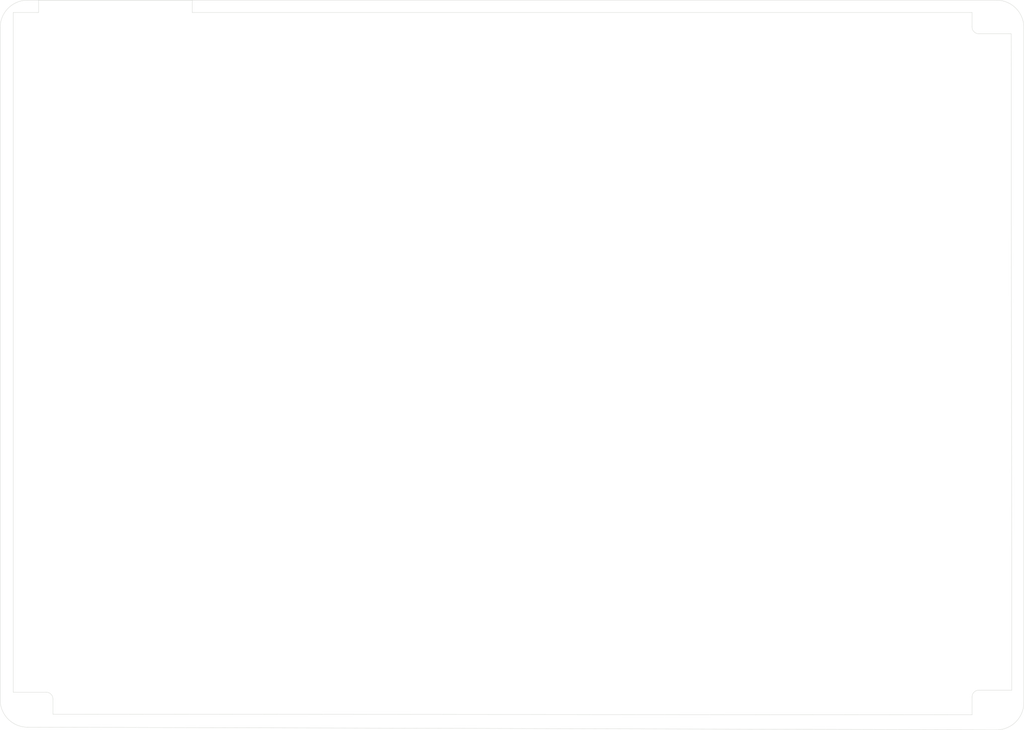
<source format=kicad_pcb>
(kicad_pcb
	(version 20240108)
	(generator "pcbnew")
	(generator_version "8.0")
	(general
		(thickness 1.6)
		(legacy_teardrops no)
	)
	(paper "A4")
	(layers
		(0 "F.Cu" signal)
		(31 "B.Cu" signal)
		(32 "B.Adhes" user "B.Adhesive")
		(33 "F.Adhes" user "F.Adhesive")
		(34 "B.Paste" user)
		(35 "F.Paste" user)
		(36 "B.SilkS" user "B.Silkscreen")
		(37 "F.SilkS" user "F.Silkscreen")
		(38 "B.Mask" user)
		(39 "F.Mask" user)
		(40 "Dwgs.User" user "User.Drawings")
		(41 "Cmts.User" user "User.Comments")
		(42 "Eco1.User" user "User.Eco1")
		(43 "Eco2.User" user "User.Eco2")
		(44 "Edge.Cuts" user)
		(45 "Margin" user)
		(46 "B.CrtYd" user "B.Courtyard")
		(47 "F.CrtYd" user "F.Courtyard")
		(48 "B.Fab" user)
		(49 "F.Fab" user)
		(50 "User.1" user)
		(51 "User.2" user)
		(52 "User.3" user)
		(53 "User.4" user)
		(54 "User.5" user)
		(55 "User.6" user)
		(56 "User.7" user)
		(57 "User.8" user)
		(58 "User.9" user)
	)
	(setup
		(pad_to_mask_clearance 0)
		(allow_soldermask_bridges_in_footprints no)
		(pcbplotparams
			(layerselection 0x0001000_7ffffffe)
			(plot_on_all_layers_selection 0x0000000_00000000)
			(disableapertmacros no)
			(usegerberextensions no)
			(usegerberattributes no)
			(usegerberadvancedattributes no)
			(creategerberjobfile no)
			(dashed_line_dash_ratio 12.000000)
			(dashed_line_gap_ratio 3.000000)
			(svgprecision 4)
			(plotframeref no)
			(viasonmask no)
			(mode 1)
			(useauxorigin no)
			(hpglpennumber 1)
			(hpglpenspeed 20)
			(hpglpendiameter 15.000000)
			(pdf_front_fp_property_popups yes)
			(pdf_back_fp_property_popups yes)
			(dxfpolygonmode yes)
			(dxfimperialunits yes)
			(dxfusepcbnewfont yes)
			(psnegative no)
			(psa4output no)
			(plotreference yes)
			(plotvalue yes)
			(plotfptext yes)
			(plotinvisibletext no)
			(sketchpadsonfab no)
			(subtractmaskfromsilk no)
			(outputformat 3)
			(mirror no)
			(drillshape 0)
			(scaleselection 1)
			(outputdirectory "./")
		)
	)
	(net 0 "")
	(gr_arc
		(start 223.084677 33.171573)
		(mid 225.913116 34.343134)
		(end 227.084677 37.171573)
		(stroke
			(width 0.05)
			(type default)
		)
		(layer "Edge.Cuts")
		(uuid "095000bc-7601-43d1-87ba-825e751e428c")
	)
	(gr_line
		(start 79.728427 134.071573)
		(end 84.528427 134.071573)
		(stroke
			(width 0.05)
			(type default)
		)
		(layer "Edge.Cuts")
		(uuid "0b277c8e-6438-4789-8762-55795e62a322")
	)
	(gr_line
		(start 219.528427 134.771573)
		(end 219.528427 137.371573)
		(stroke
			(width 0.05)
			(type default)
		)
		(layer "Edge.Cuts")
		(uuid "18a9e161-7045-4b52-a13d-f5657470dbd8")
	)
	(gr_line
		(start 85.528427 137.271573)
		(end 85.528427 135.071573)
		(stroke
			(width 0.05)
			(type default)
		)
		(layer "Edge.Cuts")
		(uuid "28554ba5-0959-4772-b189-726c71f1a71b")
	)
	(gr_line
		(start 225.228427 38.071573)
		(end 225.328427 133.771573)
		(stroke
			(width 0.05)
			(type default)
		)
		(layer "Edge.Cuts")
		(uuid "2c15f2f1-7345-4a7c-9af7-e285355aa6f9")
	)
	(gr_arc
		(start 81.828427 139.171573)
		(mid 79 138)
		(end 77.828427 135.171573)
		(stroke
			(width 0.05)
			(type default)
		)
		(layer "Edge.Cuts")
		(uuid "2d003861-838d-43c6-8a9d-03391d0d6bd6")
	)
	(gr_line
		(start 225.328427 133.771573)
		(end 220.528427 133.771573)
		(stroke
			(width 0.05)
			(type default)
		)
		(layer "Edge.Cuts")
		(uuid "33867426-9314-4bcb-a540-cfadf1070287")
	)
	(gr_line
		(start 219.528427 34.971573)
		(end 219.528427 37.071573)
		(stroke
			(width 0.05)
			(type default)
		)
		(layer "Edge.Cuts")
		(uuid "3d395dc1-80db-4854-8cc2-0c6c07721837")
	)
	(gr_arc
		(start 220.528427 38.071573)
		(mid 219.82132 37.77868)
		(end 219.528427 37.071573)
		(stroke
			(width 0.05)
			(type default)
		)
		(layer "Edge.Cuts")
		(uuid "43f7bf70-7ec1-4443-a6ef-0da573ffd507")
	)
	(gr_line
		(start 81.828427 33.171573)
		(end 223.084677 33.171573)
		(stroke
			(width 0.05)
			(type default)
		)
		(layer "Edge.Cuts")
		(uuid "4d98f6a3-4e92-4607-b027-d26565c30c04")
	)
	(gr_line
		(start 105.828427 34.971573)
		(end 219.528427 34.971573)
		(stroke
			(width 0.05)
			(type default)
		)
		(layer "Edge.Cuts")
		(uuid "566fafb6-b0d3-4856-852e-64c361acd7ac")
	)
	(gr_arc
		(start 77.828427 37.171573)
		(mid 79 34.343146)
		(end 81.828427 33.171573)
		(stroke
			(width 0.05)
			(type default)
		)
		(layer "Edge.Cuts")
		(uuid "5f7e8784-283d-47b2-9d99-8e5451bb22c4")
	)
	(gr_line
		(start 79.728427 134.071573)
		(end 79.728427 34.971573)
		(stroke
			(width 0.05)
			(type default)
		)
		(layer "Edge.Cuts")
		(uuid "68d5b76c-9f55-4328-af0c-712c3e85fa39")
	)
	(gr_line
		(start 220.528427 38.071573)
		(end 225.228427 38.071573)
		(stroke
			(width 0.05)
			(type default)
		)
		(layer "Edge.Cuts")
		(uuid "73bc991e-5bd5-474b-a69c-1629fceea6e7")
	)
	(gr_arc
		(start 84.528427 134.071573)
		(mid 85.235534 134.364466)
		(end 85.528427 135.071573)
		(stroke
			(width 0.05)
			(type default)
		)
		(layer "Edge.Cuts")
		(uuid "7892181f-3d74-47db-87bf-7355595b713c")
	)
	(gr_line
		(start 83.428427 34.971573)
		(end 79.728427 34.971573)
		(stroke
			(width 0.05)
			(type default)
		)
		(layer "Edge.Cuts")
		(uuid "82a62088-408c-465b-8fbc-f6d98bbc6abe")
	)
	(gr_arc
		(start 219.528427 134.771573)
		(mid 219.82132 134.064466)
		(end 220.528427 133.771573)
		(stroke
			(width 0.05)
			(type default)
		)
		(layer "Edge.Cuts")
		(uuid "88bd6feb-dc54-4dbe-ac2d-db3e7f0827f5")
	)
	(gr_line
		(start 219.528427 137.371573)
		(end 85.528427 137.271573)
		(stroke
			(width 0.05)
			(type default)
		)
		(layer "Edge.Cuts")
		(uuid "b794d8e4-8fc3-4856-9ad1-512725949ac6")
	)
	(gr_line
		(start 77.828427 37.171573)
		(end 77.828427 135.171573)
		(stroke
			(width 0.05)
			(type default)
		)
		(layer "Edge.Cuts")
		(uuid "d082d68a-8607-4d85-ae7b-f20052286240")
	)
	(gr_arc
		(start 227.084677 135.565323)
		(mid 225.913089 138.393735)
		(end 223.084677 139.565323)
		(stroke
			(width 0.05)
			(type default)
		)
		(layer "Edge.Cuts")
		(uuid "d1fb9d0f-81f6-4ea4-8733-368b29cb5c57")
	)
	(gr_line
		(start 83.428427 34.971573)
		(end 83.428427 33.171573)
		(stroke
			(width 0.05)
			(type default)
		)
		(layer "Edge.Cuts")
		(uuid "d94220a6-e01f-417d-ae4b-e772bcdad5e0")
	)
	(gr_line
		(start 105.828427 34.971573)
		(end 105.828427 33.171573)
		(stroke
			(width 0.05)
			(type default)
		)
		(layer "Edge.Cuts")
		(uuid "e1eb4227-db54-4acc-b95d-0d5efba39e8d")
	)
	(gr_line
		(start 223.084677 139.565323)
		(end 81.828427 139.171573)
		(stroke
			(width 0.05)
			(type default)
		)
		(layer "Edge.Cuts")
		(uuid "ea570c3a-fe8c-47ca-9aef-758ee36a37f7")
	)
	(gr_line
		(start 105.828427 33.171573)
		(end 83.428427 33.171573)
		(stroke
			(width 0.05)
			(type default)
		)
		(layer "Edge.Cuts")
		(uuid "f6e33c45-adfc-4b64-bdc8-420201e4e24a")
	)
	(gr_line
		(start 227.084677 37.171573)
		(end 227.084677 135.565323)
		(stroke
			(width 0.05)
			(type default)
		)
		(layer "Edge.Cuts")
		(uuid "f8fe78e8-3264-49ef-9cb6-de640bff0b4a")
	)
)

</source>
